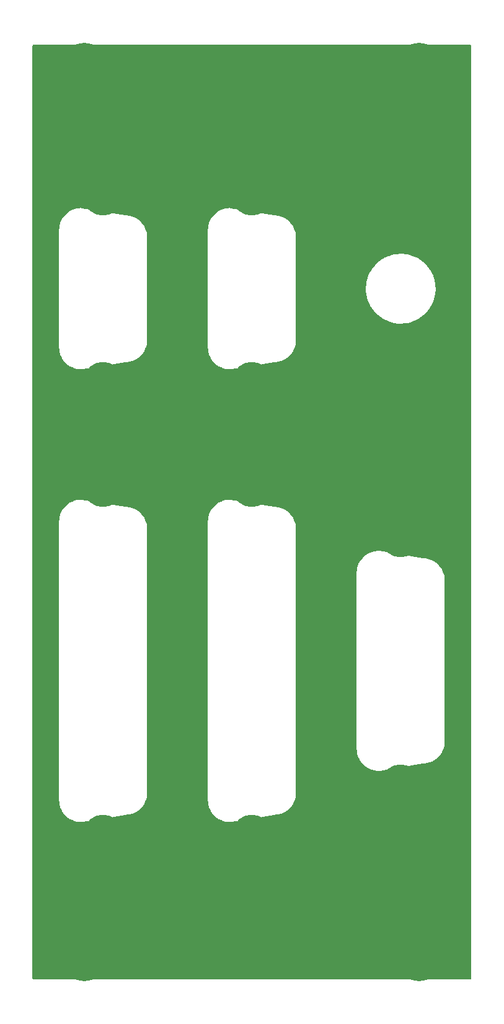
<source format=gbl>
G04 #@! TF.GenerationSoftware,KiCad,Pcbnew,(6.0.9-0)*
G04 #@! TF.CreationDate,2023-02-07T08:37:18+01:00*
G04 #@! TF.ProjectId,fp_SDN650Xi_SMA340,66705f53-444e-4363-9530-58695f534d41,A*
G04 #@! TF.SameCoordinates,Original*
G04 #@! TF.FileFunction,Copper,L2,Bot*
G04 #@! TF.FilePolarity,Positive*
%FSLAX46Y46*%
G04 Gerber Fmt 4.6, Leading zero omitted, Abs format (unit mm)*
G04 Created by KiCad (PCBNEW (6.0.9-0)) date 2023-02-07 08:37:18*
%MOMM*%
%LPD*%
G01*
G04 APERTURE LIST*
G04 #@! TA.AperFunction,ComponentPad*
%ADD10C,5.600000*%
G04 #@! TD*
G04 #@! TA.AperFunction,ComponentPad*
%ADD11C,5.000000*%
G04 #@! TD*
G04 APERTURE END LIST*
D10*
X114300000Y-42115000D03*
D11*
X71120000Y-85385000D03*
X71120000Y-60385000D03*
X91440000Y-147185000D03*
X91440000Y-100185000D03*
X91440000Y-85385000D03*
X91440000Y-60385000D03*
X71120000Y-147185000D03*
X71120000Y-100185000D03*
X111760000Y-107085000D03*
X111760000Y-140285000D03*
D10*
X68580000Y-164615000D03*
X68580000Y-42115000D03*
X114300000Y-164615000D03*
G04 #@! TA.AperFunction,Conductor*
G36*
X121353621Y-39618502D02*
G01*
X121400114Y-39672158D01*
X121411500Y-39724500D01*
X121411500Y-167005500D01*
X121391498Y-167073621D01*
X121337842Y-167120114D01*
X121285500Y-167131500D01*
X61594500Y-167131500D01*
X61526379Y-167111498D01*
X61479886Y-167057842D01*
X61468500Y-167005500D01*
X61468500Y-142678724D01*
X65106309Y-142678724D01*
X65107472Y-142687625D01*
X65107452Y-142689296D01*
X65107788Y-142692970D01*
X65123874Y-142999905D01*
X65173204Y-143311361D01*
X65254820Y-143615954D01*
X65367826Y-143910347D01*
X65369324Y-143913287D01*
X65476723Y-144124068D01*
X65510987Y-144191315D01*
X65682732Y-144455779D01*
X65881180Y-144700842D01*
X66104158Y-144923820D01*
X66349221Y-145122268D01*
X66613686Y-145294013D01*
X66894653Y-145437174D01*
X67189046Y-145550180D01*
X67493639Y-145631796D01*
X67659060Y-145657996D01*
X67801847Y-145680612D01*
X67801855Y-145680613D01*
X67805095Y-145681126D01*
X68046656Y-145693785D01*
X68051770Y-145694053D01*
X68051696Y-145695457D01*
X68055614Y-145694974D01*
X68055652Y-145694257D01*
X68057486Y-145694353D01*
X68059713Y-145694470D01*
X68059714Y-145694470D01*
X68075892Y-145695318D01*
X68086394Y-145695868D01*
X68100689Y-145697439D01*
X68107448Y-145698576D01*
X68113832Y-145698654D01*
X68115135Y-145698670D01*
X68115139Y-145698670D01*
X68120000Y-145698729D01*
X68147926Y-145694730D01*
X68154526Y-145693785D01*
X68160095Y-145693142D01*
X68164522Y-145693094D01*
X68169319Y-145692295D01*
X68169325Y-145692294D01*
X68194722Y-145688061D01*
X68197464Y-145687635D01*
X68264187Y-145678080D01*
X68268625Y-145676062D01*
X68273759Y-145674888D01*
X70619631Y-145283909D01*
X74138254Y-144697472D01*
X74152357Y-144695933D01*
X74434905Y-144681126D01*
X74438145Y-144680613D01*
X74438153Y-144680612D01*
X74580940Y-144657996D01*
X74746361Y-144631796D01*
X75050954Y-144550180D01*
X75345347Y-144437174D01*
X75399287Y-144409690D01*
X75623376Y-144295511D01*
X75623383Y-144295507D01*
X75626315Y-144294013D01*
X75890779Y-144122268D01*
X76135842Y-143923820D01*
X76358820Y-143700842D01*
X76557268Y-143455779D01*
X76729013Y-143191315D01*
X76872174Y-142910347D01*
X76961085Y-142678724D01*
X85426309Y-142678724D01*
X85427472Y-142687625D01*
X85427452Y-142689296D01*
X85427788Y-142692970D01*
X85443874Y-142999905D01*
X85493204Y-143311361D01*
X85574820Y-143615954D01*
X85687826Y-143910347D01*
X85689324Y-143913287D01*
X85796723Y-144124068D01*
X85830987Y-144191315D01*
X86002732Y-144455779D01*
X86201180Y-144700842D01*
X86424158Y-144923820D01*
X86669221Y-145122268D01*
X86933686Y-145294013D01*
X87214653Y-145437174D01*
X87509046Y-145550180D01*
X87813639Y-145631796D01*
X87979060Y-145657996D01*
X88121847Y-145680612D01*
X88121855Y-145680613D01*
X88125095Y-145681126D01*
X88366656Y-145693785D01*
X88371770Y-145694053D01*
X88371696Y-145695457D01*
X88375614Y-145694974D01*
X88375652Y-145694257D01*
X88377486Y-145694353D01*
X88379713Y-145694470D01*
X88379714Y-145694470D01*
X88395892Y-145695318D01*
X88406394Y-145695868D01*
X88420689Y-145697439D01*
X88427448Y-145698576D01*
X88433832Y-145698654D01*
X88435135Y-145698670D01*
X88435139Y-145698670D01*
X88440000Y-145698729D01*
X88467926Y-145694730D01*
X88474526Y-145693785D01*
X88480095Y-145693142D01*
X88484522Y-145693094D01*
X88489319Y-145692295D01*
X88489325Y-145692294D01*
X88514722Y-145688061D01*
X88517464Y-145687635D01*
X88584187Y-145678080D01*
X88588625Y-145676062D01*
X88593759Y-145674888D01*
X90939631Y-145283909D01*
X94458254Y-144697472D01*
X94472357Y-144695933D01*
X94754905Y-144681126D01*
X94758145Y-144680613D01*
X94758153Y-144680612D01*
X94900940Y-144657996D01*
X95066361Y-144631796D01*
X95370954Y-144550180D01*
X95665347Y-144437174D01*
X95719287Y-144409690D01*
X95943376Y-144295511D01*
X95943383Y-144295507D01*
X95946315Y-144294013D01*
X96210779Y-144122268D01*
X96455842Y-143923820D01*
X96678820Y-143700842D01*
X96877268Y-143455779D01*
X97049013Y-143191315D01*
X97192174Y-142910347D01*
X97305180Y-142615954D01*
X97386796Y-142311361D01*
X97436126Y-141999905D01*
X97450868Y-141718606D01*
X97452439Y-141704311D01*
X97453576Y-141697552D01*
X97453729Y-141685000D01*
X97449773Y-141657376D01*
X97448500Y-141639514D01*
X97448500Y-135678724D01*
X105746309Y-135678724D01*
X105747472Y-135687625D01*
X105747452Y-135689296D01*
X105747788Y-135692970D01*
X105763874Y-135999905D01*
X105813204Y-136311361D01*
X105894820Y-136615954D01*
X106007826Y-136910347D01*
X106009324Y-136913287D01*
X106116723Y-137124068D01*
X106150987Y-137191315D01*
X106322732Y-137455779D01*
X106521180Y-137700842D01*
X106744158Y-137923820D01*
X106989221Y-138122268D01*
X107253686Y-138294013D01*
X107534653Y-138437174D01*
X107829046Y-138550180D01*
X108133639Y-138631796D01*
X108299060Y-138657996D01*
X108441847Y-138680612D01*
X108441855Y-138680613D01*
X108445095Y-138681126D01*
X108686656Y-138693785D01*
X108691770Y-138694053D01*
X108691696Y-138695457D01*
X108695614Y-138694974D01*
X108695652Y-138694257D01*
X108697486Y-138694353D01*
X108699713Y-138694470D01*
X108699714Y-138694470D01*
X108715892Y-138695318D01*
X108726394Y-138695868D01*
X108740689Y-138697439D01*
X108747448Y-138698576D01*
X108753832Y-138698654D01*
X108755135Y-138698670D01*
X108755139Y-138698670D01*
X108760000Y-138698729D01*
X108787926Y-138694730D01*
X108794526Y-138693785D01*
X108800095Y-138693142D01*
X108804522Y-138693094D01*
X108809319Y-138692295D01*
X108809325Y-138692294D01*
X108834722Y-138688061D01*
X108837464Y-138687635D01*
X108904187Y-138678080D01*
X108908625Y-138676062D01*
X108913759Y-138674888D01*
X111259631Y-138283909D01*
X114778254Y-137697472D01*
X114792357Y-137695933D01*
X115074905Y-137681126D01*
X115078145Y-137680613D01*
X115078153Y-137680612D01*
X115220940Y-137657996D01*
X115386361Y-137631796D01*
X115690954Y-137550180D01*
X115985347Y-137437174D01*
X116039287Y-137409690D01*
X116263376Y-137295511D01*
X116263383Y-137295507D01*
X116266315Y-137294013D01*
X116530779Y-137122268D01*
X116775842Y-136923820D01*
X116998820Y-136700842D01*
X117197268Y-136455779D01*
X117369013Y-136191315D01*
X117512174Y-135910347D01*
X117625180Y-135615954D01*
X117706796Y-135311361D01*
X117756126Y-134999905D01*
X117770868Y-134718606D01*
X117772439Y-134704311D01*
X117773576Y-134697552D01*
X117773729Y-134685000D01*
X117769773Y-134657376D01*
X117768500Y-134639514D01*
X117768500Y-112738250D01*
X117770246Y-112717345D01*
X117772770Y-112702344D01*
X117772770Y-112702341D01*
X117773576Y-112697552D01*
X117773729Y-112685000D01*
X117772798Y-112678497D01*
X117771697Y-112667225D01*
X117756126Y-112370095D01*
X117706796Y-112058639D01*
X117625180Y-111754046D01*
X117599686Y-111687630D01*
X117513358Y-111462738D01*
X117512174Y-111459653D01*
X117369013Y-111178686D01*
X117197268Y-110914221D01*
X116998820Y-110669158D01*
X116775842Y-110446180D01*
X116530779Y-110247732D01*
X116266315Y-110075987D01*
X116263383Y-110074493D01*
X116263376Y-110074489D01*
X115988287Y-109934324D01*
X115985347Y-109932826D01*
X115690954Y-109819820D01*
X115386361Y-109738204D01*
X115211686Y-109710538D01*
X115078153Y-109689388D01*
X115078145Y-109689387D01*
X115074905Y-109688874D01*
X114914934Y-109680491D01*
X114793606Y-109674132D01*
X114779311Y-109672561D01*
X114772552Y-109671424D01*
X114771826Y-109671415D01*
X114770760Y-109671279D01*
X108870336Y-108687875D01*
X108870146Y-108687843D01*
X108777347Y-108672230D01*
X108777338Y-108672229D01*
X108772552Y-108671424D01*
X108766276Y-108671347D01*
X108764859Y-108671330D01*
X108764856Y-108671330D01*
X108760000Y-108671271D01*
X108755191Y-108671960D01*
X108755187Y-108671960D01*
X108754127Y-108672112D01*
X108753497Y-108672202D01*
X108742233Y-108673302D01*
X108712216Y-108674875D01*
X108709625Y-108674913D01*
X108708176Y-108675087D01*
X108707487Y-108675123D01*
X108698837Y-108674925D01*
X108698823Y-108674925D01*
X108698829Y-108674648D01*
X108695727Y-108674128D01*
X108695811Y-108675735D01*
X108445095Y-108688874D01*
X108441855Y-108689387D01*
X108441847Y-108689388D01*
X108299060Y-108712004D01*
X108133639Y-108738204D01*
X107829046Y-108819820D01*
X107534653Y-108932826D01*
X107253686Y-109075987D01*
X106989221Y-109247732D01*
X106744158Y-109446180D01*
X106521180Y-109669158D01*
X106322732Y-109914221D01*
X106150987Y-110178686D01*
X106007826Y-110459653D01*
X105894820Y-110754046D01*
X105813204Y-111058639D01*
X105763874Y-111370095D01*
X105763702Y-111373385D01*
X105748743Y-111658827D01*
X105747704Y-111668841D01*
X105747692Y-111669846D01*
X105746309Y-111678724D01*
X105748771Y-111697552D01*
X105750436Y-111710283D01*
X105751500Y-111726621D01*
X105751500Y-135635633D01*
X105750000Y-135655018D01*
X105746309Y-135678724D01*
X97448500Y-135678724D01*
X97448500Y-105738250D01*
X97450246Y-105717345D01*
X97452770Y-105702344D01*
X97452770Y-105702341D01*
X97453576Y-105697552D01*
X97453729Y-105685000D01*
X97452798Y-105678497D01*
X97451697Y-105667225D01*
X97436126Y-105370095D01*
X97386796Y-105058639D01*
X97305180Y-104754046D01*
X97279686Y-104687630D01*
X97193358Y-104462738D01*
X97192174Y-104459653D01*
X97049013Y-104178686D01*
X96877268Y-103914221D01*
X96678820Y-103669158D01*
X96455842Y-103446180D01*
X96210779Y-103247732D01*
X95946315Y-103075987D01*
X95943383Y-103074493D01*
X95943376Y-103074489D01*
X95668287Y-102934324D01*
X95665347Y-102932826D01*
X95370954Y-102819820D01*
X95066361Y-102738204D01*
X94891686Y-102710538D01*
X94758153Y-102689388D01*
X94758145Y-102689387D01*
X94754905Y-102688874D01*
X94594934Y-102680491D01*
X94473606Y-102674132D01*
X94459311Y-102672561D01*
X94452552Y-102671424D01*
X94451826Y-102671415D01*
X94450760Y-102671279D01*
X88550336Y-101687875D01*
X88550146Y-101687843D01*
X88457347Y-101672230D01*
X88457338Y-101672229D01*
X88452552Y-101671424D01*
X88446276Y-101671347D01*
X88444859Y-101671330D01*
X88444856Y-101671330D01*
X88440000Y-101671271D01*
X88435191Y-101671960D01*
X88435187Y-101671960D01*
X88434127Y-101672112D01*
X88433497Y-101672202D01*
X88422233Y-101673302D01*
X88392216Y-101674875D01*
X88389625Y-101674913D01*
X88388176Y-101675087D01*
X88387487Y-101675123D01*
X88378837Y-101674925D01*
X88378823Y-101674925D01*
X88378829Y-101674648D01*
X88375727Y-101674128D01*
X88375811Y-101675735D01*
X88125095Y-101688874D01*
X88121855Y-101689387D01*
X88121847Y-101689388D01*
X87979060Y-101712004D01*
X87813639Y-101738204D01*
X87509046Y-101819820D01*
X87214653Y-101932826D01*
X86933686Y-102075987D01*
X86669221Y-102247732D01*
X86424158Y-102446180D01*
X86201180Y-102669158D01*
X86002732Y-102914221D01*
X85830987Y-103178686D01*
X85687826Y-103459653D01*
X85574820Y-103754046D01*
X85493204Y-104058639D01*
X85443874Y-104370095D01*
X85443702Y-104373385D01*
X85428743Y-104658827D01*
X85427704Y-104668841D01*
X85427692Y-104669846D01*
X85426309Y-104678724D01*
X85428771Y-104697552D01*
X85430436Y-104710283D01*
X85431500Y-104726621D01*
X85431500Y-142635633D01*
X85430000Y-142655018D01*
X85426309Y-142678724D01*
X76961085Y-142678724D01*
X76985180Y-142615954D01*
X77066796Y-142311361D01*
X77116126Y-141999905D01*
X77130868Y-141718606D01*
X77132439Y-141704311D01*
X77133576Y-141697552D01*
X77133729Y-141685000D01*
X77129773Y-141657376D01*
X77128500Y-141639514D01*
X77128500Y-105738250D01*
X77130246Y-105717345D01*
X77132770Y-105702344D01*
X77132770Y-105702341D01*
X77133576Y-105697552D01*
X77133729Y-105685000D01*
X77132798Y-105678497D01*
X77131697Y-105667225D01*
X77116126Y-105370095D01*
X77066796Y-105058639D01*
X76985180Y-104754046D01*
X76959686Y-104687630D01*
X76873358Y-104462738D01*
X76872174Y-104459653D01*
X76729013Y-104178686D01*
X76557268Y-103914221D01*
X76358820Y-103669158D01*
X76135842Y-103446180D01*
X75890779Y-103247732D01*
X75626315Y-103075987D01*
X75623383Y-103074493D01*
X75623376Y-103074489D01*
X75348287Y-102934324D01*
X75345347Y-102932826D01*
X75050954Y-102819820D01*
X74746361Y-102738204D01*
X74571686Y-102710538D01*
X74438153Y-102689388D01*
X74438145Y-102689387D01*
X74434905Y-102688874D01*
X74274934Y-102680491D01*
X74153606Y-102674132D01*
X74139311Y-102672561D01*
X74132552Y-102671424D01*
X74131826Y-102671415D01*
X74130760Y-102671279D01*
X68230336Y-101687875D01*
X68230146Y-101687843D01*
X68137347Y-101672230D01*
X68137338Y-101672229D01*
X68132552Y-101671424D01*
X68126276Y-101671347D01*
X68124859Y-101671330D01*
X68124856Y-101671330D01*
X68120000Y-101671271D01*
X68115191Y-101671960D01*
X68115187Y-101671960D01*
X68114127Y-101672112D01*
X68113497Y-101672202D01*
X68102233Y-101673302D01*
X68072216Y-101674875D01*
X68069625Y-101674913D01*
X68068176Y-101675087D01*
X68067487Y-101675123D01*
X68058837Y-101674925D01*
X68058823Y-101674925D01*
X68058829Y-101674648D01*
X68055727Y-101674128D01*
X68055811Y-101675735D01*
X67805095Y-101688874D01*
X67801855Y-101689387D01*
X67801847Y-101689388D01*
X67659060Y-101712004D01*
X67493639Y-101738204D01*
X67189046Y-101819820D01*
X66894653Y-101932826D01*
X66613686Y-102075987D01*
X66349221Y-102247732D01*
X66104158Y-102446180D01*
X65881180Y-102669158D01*
X65682732Y-102914221D01*
X65510987Y-103178686D01*
X65367826Y-103459653D01*
X65254820Y-103754046D01*
X65173204Y-104058639D01*
X65123874Y-104370095D01*
X65123702Y-104373385D01*
X65108743Y-104658827D01*
X65107704Y-104668841D01*
X65107692Y-104669846D01*
X65106309Y-104678724D01*
X65108771Y-104697552D01*
X65110436Y-104710283D01*
X65111500Y-104726621D01*
X65111500Y-142635633D01*
X65110000Y-142655018D01*
X65106309Y-142678724D01*
X61468500Y-142678724D01*
X61468500Y-80878724D01*
X65106309Y-80878724D01*
X65107472Y-80887625D01*
X65107452Y-80889296D01*
X65107788Y-80892970D01*
X65123874Y-81199905D01*
X65173204Y-81511361D01*
X65254820Y-81815954D01*
X65367826Y-82110347D01*
X65369324Y-82113287D01*
X65476723Y-82324068D01*
X65510987Y-82391315D01*
X65682732Y-82655779D01*
X65881180Y-82900842D01*
X66104158Y-83123820D01*
X66349221Y-83322268D01*
X66613686Y-83494013D01*
X66894653Y-83637174D01*
X67189046Y-83750180D01*
X67493639Y-83831796D01*
X67659060Y-83857996D01*
X67801847Y-83880612D01*
X67801855Y-83880613D01*
X67805095Y-83881126D01*
X68046656Y-83893785D01*
X68051770Y-83894053D01*
X68051696Y-83895457D01*
X68055614Y-83894974D01*
X68055652Y-83894257D01*
X68057486Y-83894353D01*
X68059713Y-83894470D01*
X68059714Y-83894470D01*
X68075892Y-83895318D01*
X68086394Y-83895868D01*
X68100689Y-83897439D01*
X68107448Y-83898576D01*
X68113832Y-83898654D01*
X68115135Y-83898670D01*
X68115139Y-83898670D01*
X68120000Y-83898729D01*
X68147926Y-83894730D01*
X68154526Y-83893785D01*
X68160095Y-83893142D01*
X68164522Y-83893094D01*
X68169319Y-83892295D01*
X68169325Y-83892294D01*
X68194722Y-83888061D01*
X68197464Y-83887635D01*
X68264187Y-83878080D01*
X68268625Y-83876062D01*
X68273759Y-83874888D01*
X70619631Y-83483909D01*
X74138254Y-82897472D01*
X74152357Y-82895933D01*
X74434905Y-82881126D01*
X74438145Y-82880613D01*
X74438153Y-82880612D01*
X74580940Y-82857996D01*
X74746361Y-82831796D01*
X75050954Y-82750180D01*
X75345347Y-82637174D01*
X75399287Y-82609690D01*
X75623376Y-82495511D01*
X75623383Y-82495507D01*
X75626315Y-82494013D01*
X75890779Y-82322268D01*
X76135842Y-82123820D01*
X76358820Y-81900842D01*
X76557268Y-81655779D01*
X76729013Y-81391315D01*
X76872174Y-81110347D01*
X76961085Y-80878724D01*
X85426309Y-80878724D01*
X85427472Y-80887625D01*
X85427452Y-80889296D01*
X85427788Y-80892970D01*
X85443874Y-81199905D01*
X85493204Y-81511361D01*
X85574820Y-81815954D01*
X85687826Y-82110347D01*
X85689324Y-82113287D01*
X85796723Y-82324068D01*
X85830987Y-82391315D01*
X86002732Y-82655779D01*
X86201180Y-82900842D01*
X86424158Y-83123820D01*
X86669221Y-83322268D01*
X86933686Y-83494013D01*
X87214653Y-83637174D01*
X87509046Y-83750180D01*
X87813639Y-83831796D01*
X87979060Y-83857996D01*
X88121847Y-83880612D01*
X88121855Y-83880613D01*
X88125095Y-83881126D01*
X88366656Y-83893785D01*
X88371770Y-83894053D01*
X88371696Y-83895457D01*
X88375614Y-83894974D01*
X88375652Y-83894257D01*
X88377486Y-83894353D01*
X88379713Y-83894470D01*
X88379714Y-83894470D01*
X88395892Y-83895318D01*
X88406394Y-83895868D01*
X88420689Y-83897439D01*
X88427448Y-83898576D01*
X88433832Y-83898654D01*
X88435135Y-83898670D01*
X88435139Y-83898670D01*
X88440000Y-83898729D01*
X88467926Y-83894730D01*
X88474526Y-83893785D01*
X88480095Y-83893142D01*
X88484522Y-83893094D01*
X88489319Y-83892295D01*
X88489325Y-83892294D01*
X88514722Y-83888061D01*
X88517464Y-83887635D01*
X88584187Y-83878080D01*
X88588625Y-83876062D01*
X88593759Y-83874888D01*
X90939631Y-83483909D01*
X94458254Y-82897472D01*
X94472357Y-82895933D01*
X94754905Y-82881126D01*
X94758145Y-82880613D01*
X94758153Y-82880612D01*
X94900940Y-82857996D01*
X95066361Y-82831796D01*
X95370954Y-82750180D01*
X95665347Y-82637174D01*
X95719287Y-82609690D01*
X95943376Y-82495511D01*
X95943383Y-82495507D01*
X95946315Y-82494013D01*
X96210779Y-82322268D01*
X96455842Y-82123820D01*
X96678820Y-81900842D01*
X96877268Y-81655779D01*
X97049013Y-81391315D01*
X97192174Y-81110347D01*
X97305180Y-80815954D01*
X97386796Y-80511361D01*
X97436126Y-80199905D01*
X97450868Y-79918606D01*
X97452439Y-79904311D01*
X97453576Y-79897552D01*
X97453729Y-79885000D01*
X97449773Y-79857376D01*
X97448500Y-79839514D01*
X97448500Y-72760311D01*
X106998336Y-72760311D01*
X107000382Y-72871940D01*
X107006103Y-73184090D01*
X107051511Y-73605500D01*
X107134200Y-74021205D01*
X107253515Y-74427915D01*
X107408513Y-74822407D01*
X107409768Y-74824918D01*
X107577328Y-75160259D01*
X107597964Y-75201559D01*
X107820370Y-75562370D01*
X108073970Y-75901981D01*
X108075831Y-75904059D01*
X108075832Y-75904060D01*
X108322777Y-76179768D01*
X108356755Y-76217704D01*
X108358792Y-76219607D01*
X108358799Y-76219614D01*
X108552823Y-76400860D01*
X108666487Y-76507039D01*
X109000712Y-76767695D01*
X109356786Y-76997609D01*
X109359265Y-76998913D01*
X109359268Y-76998915D01*
X109729387Y-77193644D01*
X109729393Y-77193647D01*
X109731887Y-77194959D01*
X109734485Y-77196043D01*
X109734489Y-77196045D01*
X110120463Y-77357106D01*
X110120468Y-77357108D01*
X110123047Y-77358184D01*
X110125713Y-77359027D01*
X110125718Y-77359029D01*
X110345871Y-77428654D01*
X110527168Y-77485991D01*
X110941051Y-77577367D01*
X110943825Y-77577725D01*
X110943826Y-77577725D01*
X111358647Y-77631233D01*
X111358657Y-77631234D01*
X111361418Y-77631590D01*
X111364205Y-77631700D01*
X111364211Y-77631700D01*
X111610786Y-77641388D01*
X111784940Y-77648231D01*
X111787731Y-77648092D01*
X111787737Y-77648092D01*
X112205462Y-77627296D01*
X112205471Y-77627295D01*
X112208266Y-77627156D01*
X112211043Y-77626768D01*
X112211045Y-77626768D01*
X112284570Y-77616500D01*
X112628042Y-77568534D01*
X112630752Y-77567906D01*
X112630762Y-77567904D01*
X113038218Y-77473460D01*
X113040945Y-77472828D01*
X113252549Y-77403461D01*
X113441052Y-77341667D01*
X113441058Y-77341665D01*
X113443705Y-77340797D01*
X113833135Y-77173485D01*
X114206149Y-76972217D01*
X114559795Y-76738587D01*
X114891273Y-76474445D01*
X115197958Y-76181883D01*
X115477421Y-75863216D01*
X115481742Y-75857302D01*
X115725792Y-75523238D01*
X115725795Y-75523233D01*
X115727450Y-75520968D01*
X115728894Y-75518570D01*
X115728901Y-75518559D01*
X115944615Y-75160259D01*
X115944620Y-75160250D01*
X115946066Y-75157848D01*
X116131537Y-74776733D01*
X116282395Y-74380639D01*
X116291905Y-74346921D01*
X116396679Y-73975415D01*
X116397444Y-73972703D01*
X116462917Y-73624535D01*
X116475260Y-73558900D01*
X116475261Y-73558892D01*
X116475776Y-73556154D01*
X116483907Y-73472480D01*
X116516553Y-73136509D01*
X116516554Y-73136497D01*
X116516768Y-73134292D01*
X116523296Y-72885000D01*
X116504438Y-72461570D01*
X116448015Y-72041493D01*
X116419697Y-71916343D01*
X116355089Y-71630823D01*
X116354472Y-71628095D01*
X116224552Y-71224648D01*
X116174228Y-71105803D01*
X116060375Y-70836930D01*
X116060369Y-70836918D01*
X116059281Y-70834348D01*
X115859969Y-70460285D01*
X115628194Y-70105420D01*
X115550941Y-70007424D01*
X115367521Y-69774757D01*
X115367519Y-69774755D01*
X115365792Y-69772564D01*
X115074839Y-69464352D01*
X115072748Y-69462499D01*
X115072740Y-69462491D01*
X114759739Y-69185085D01*
X114759737Y-69185083D01*
X114757639Y-69183224D01*
X114416705Y-68931406D01*
X114225795Y-68815102D01*
X114057124Y-68712347D01*
X114057117Y-68712343D01*
X114054735Y-68710892D01*
X113933451Y-68651081D01*
X113677110Y-68524668D01*
X113674596Y-68523428D01*
X113672000Y-68522424D01*
X113671987Y-68522418D01*
X113374196Y-68407212D01*
X113279298Y-68370499D01*
X113035305Y-68300304D01*
X112874650Y-68254085D01*
X112874644Y-68254083D01*
X112871969Y-68253314D01*
X112869232Y-68252785D01*
X112869226Y-68252783D01*
X112725914Y-68225056D01*
X112455837Y-68172803D01*
X112034194Y-68129602D01*
X112031404Y-68129565D01*
X112031396Y-68129565D01*
X111766380Y-68126096D01*
X111610381Y-68124054D01*
X111187753Y-68156203D01*
X111184990Y-68156663D01*
X111184989Y-68156663D01*
X110772430Y-68225331D01*
X110772427Y-68225332D01*
X110769655Y-68225793D01*
X110766944Y-68226497D01*
X110766933Y-68226499D01*
X110362117Y-68331569D01*
X110362106Y-68331572D01*
X110359399Y-68332275D01*
X110104428Y-68423317D01*
X109962875Y-68473860D01*
X109962870Y-68473862D01*
X109960232Y-68474804D01*
X109957692Y-68475975D01*
X109957687Y-68475977D01*
X109852069Y-68524668D01*
X109575316Y-68652253D01*
X109207698Y-68863216D01*
X109205406Y-68864818D01*
X109205398Y-68864823D01*
X108862584Y-69104419D01*
X108860289Y-69106023D01*
X108535839Y-69378752D01*
X108236918Y-69679242D01*
X107965892Y-70005115D01*
X107724908Y-70353791D01*
X107515872Y-70722509D01*
X107514713Y-70725058D01*
X107514711Y-70725062D01*
X107341598Y-71105803D01*
X107341593Y-71105814D01*
X107340441Y-71108349D01*
X107339519Y-71110975D01*
X107339514Y-71110987D01*
X107259574Y-71338626D01*
X107200004Y-71508256D01*
X107095672Y-71919064D01*
X107028271Y-72337520D01*
X106998336Y-72760311D01*
X97448500Y-72760311D01*
X97448500Y-65938250D01*
X97450246Y-65917345D01*
X97452770Y-65902344D01*
X97452770Y-65902341D01*
X97453576Y-65897552D01*
X97453729Y-65885000D01*
X97452798Y-65878497D01*
X97451697Y-65867225D01*
X97436126Y-65570095D01*
X97386796Y-65258639D01*
X97305180Y-64954046D01*
X97279686Y-64887630D01*
X97193358Y-64662738D01*
X97192174Y-64659653D01*
X97049013Y-64378686D01*
X96877268Y-64114221D01*
X96678820Y-63869158D01*
X96455842Y-63646180D01*
X96210779Y-63447732D01*
X95946315Y-63275987D01*
X95943383Y-63274493D01*
X95943376Y-63274489D01*
X95668287Y-63134324D01*
X95665347Y-63132826D01*
X95370954Y-63019820D01*
X95066361Y-62938204D01*
X94891686Y-62910538D01*
X94758153Y-62889388D01*
X94758145Y-62889387D01*
X94754905Y-62888874D01*
X94594934Y-62880491D01*
X94473606Y-62874132D01*
X94459311Y-62872561D01*
X94452552Y-62871424D01*
X94451826Y-62871415D01*
X94450760Y-62871279D01*
X88550336Y-61887875D01*
X88550146Y-61887843D01*
X88457347Y-61872230D01*
X88457338Y-61872229D01*
X88452552Y-61871424D01*
X88446276Y-61871347D01*
X88444859Y-61871330D01*
X88444856Y-61871330D01*
X88440000Y-61871271D01*
X88435191Y-61871960D01*
X88435187Y-61871960D01*
X88434127Y-61872112D01*
X88433497Y-61872202D01*
X88422233Y-61873302D01*
X88392216Y-61874875D01*
X88389625Y-61874913D01*
X88388176Y-61875087D01*
X88387487Y-61875123D01*
X88378837Y-61874925D01*
X88378823Y-61874925D01*
X88378829Y-61874648D01*
X88375727Y-61874128D01*
X88375811Y-61875735D01*
X88125095Y-61888874D01*
X88121855Y-61889387D01*
X88121847Y-61889388D01*
X87979060Y-61912004D01*
X87813639Y-61938204D01*
X87509046Y-62019820D01*
X87214653Y-62132826D01*
X86933686Y-62275987D01*
X86669221Y-62447732D01*
X86424158Y-62646180D01*
X86201180Y-62869158D01*
X86002732Y-63114221D01*
X85830987Y-63378686D01*
X85687826Y-63659653D01*
X85574820Y-63954046D01*
X85493204Y-64258639D01*
X85443874Y-64570095D01*
X85443702Y-64573385D01*
X85428743Y-64858827D01*
X85427704Y-64868841D01*
X85427692Y-64869846D01*
X85426309Y-64878724D01*
X85428771Y-64897552D01*
X85430436Y-64910283D01*
X85431500Y-64926621D01*
X85431500Y-80835633D01*
X85430000Y-80855018D01*
X85426309Y-80878724D01*
X76961085Y-80878724D01*
X76985180Y-80815954D01*
X77066796Y-80511361D01*
X77116126Y-80199905D01*
X77130868Y-79918606D01*
X77132439Y-79904311D01*
X77133576Y-79897552D01*
X77133729Y-79885000D01*
X77129773Y-79857376D01*
X77128500Y-79839514D01*
X77128500Y-65938250D01*
X77130246Y-65917345D01*
X77132770Y-65902344D01*
X77132770Y-65902341D01*
X77133576Y-65897552D01*
X77133729Y-65885000D01*
X77132798Y-65878497D01*
X77131697Y-65867225D01*
X77116126Y-65570095D01*
X77066796Y-65258639D01*
X76985180Y-64954046D01*
X76959686Y-64887630D01*
X76873358Y-64662738D01*
X76872174Y-64659653D01*
X76729013Y-64378686D01*
X76557268Y-64114221D01*
X76358820Y-63869158D01*
X76135842Y-63646180D01*
X75890779Y-63447732D01*
X75626315Y-63275987D01*
X75623383Y-63274493D01*
X75623376Y-63274489D01*
X75348287Y-63134324D01*
X75345347Y-63132826D01*
X75050954Y-63019820D01*
X74746361Y-62938204D01*
X74571686Y-62910538D01*
X74438153Y-62889388D01*
X74438145Y-62889387D01*
X74434905Y-62888874D01*
X74274934Y-62880491D01*
X74153606Y-62874132D01*
X74139311Y-62872561D01*
X74132552Y-62871424D01*
X74131826Y-62871415D01*
X74130760Y-62871279D01*
X68230336Y-61887875D01*
X68230146Y-61887843D01*
X68137347Y-61872230D01*
X68137338Y-61872229D01*
X68132552Y-61871424D01*
X68126276Y-61871347D01*
X68124859Y-61871330D01*
X68124856Y-61871330D01*
X68120000Y-61871271D01*
X68115191Y-61871960D01*
X68115187Y-61871960D01*
X68114127Y-61872112D01*
X68113497Y-61872202D01*
X68102233Y-61873302D01*
X68072216Y-61874875D01*
X68069625Y-61874913D01*
X68068176Y-61875087D01*
X68067487Y-61875123D01*
X68058837Y-61874925D01*
X68058823Y-61874925D01*
X68058829Y-61874648D01*
X68055727Y-61874128D01*
X68055811Y-61875735D01*
X67805095Y-61888874D01*
X67801855Y-61889387D01*
X67801847Y-61889388D01*
X67659060Y-61912004D01*
X67493639Y-61938204D01*
X67189046Y-62019820D01*
X66894653Y-62132826D01*
X66613686Y-62275987D01*
X66349221Y-62447732D01*
X66104158Y-62646180D01*
X65881180Y-62869158D01*
X65682732Y-63114221D01*
X65510987Y-63378686D01*
X65367826Y-63659653D01*
X65254820Y-63954046D01*
X65173204Y-64258639D01*
X65123874Y-64570095D01*
X65123702Y-64573385D01*
X65108743Y-64858827D01*
X65107704Y-64868841D01*
X65107692Y-64869846D01*
X65106309Y-64878724D01*
X65108771Y-64897552D01*
X65110436Y-64910283D01*
X65111500Y-64926621D01*
X65111500Y-80835633D01*
X65110000Y-80855018D01*
X65106309Y-80878724D01*
X61468500Y-80878724D01*
X61468500Y-39724500D01*
X61488502Y-39656379D01*
X61542158Y-39609886D01*
X61594500Y-39598500D01*
X121285500Y-39598500D01*
X121353621Y-39618502D01*
G37*
G04 #@! TD.AperFunction*
M02*

</source>
